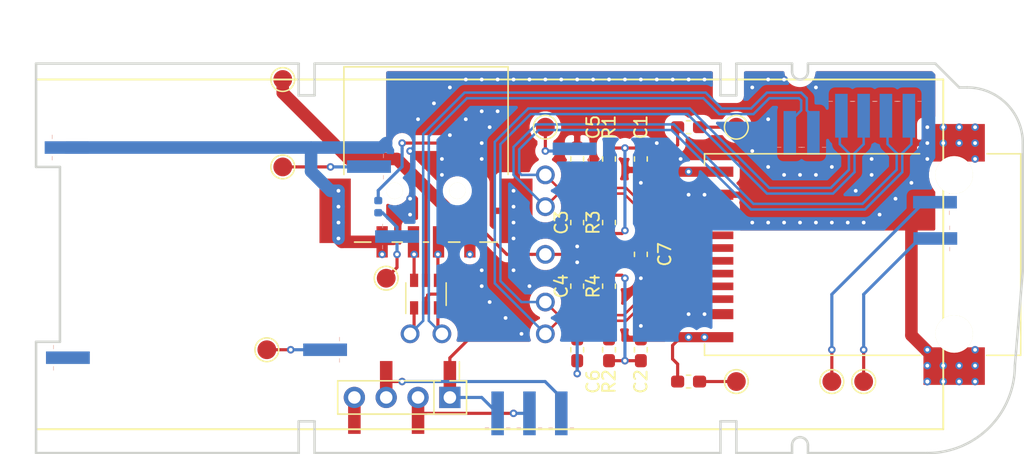
<source format=kicad_pcb>
(kicad_pcb (version 20171130) (host pcbnew 5.1.2+dfsg1-1)
  (layers (0 F.Cu signal) (31 B.Cu signal) (34 B.Paste user) (35 F.Paste user) (36 B.SilkS user) (37 F.SilkS user) (38 B.Mask user) (39 F.Mask user) (44 Edge.Cuts user))
  (net 0 "")
  (net 1 /D+)
  (net 2 /D-)
  (net 3 "Net-(C2-Pad1)")
  (net 4 "Net-(C1-Pad1)")
  (net 5 "Net-(RX1-Pad1)")
  (net 6 "Net-(ETH1-PadP12)")
  (net 7 "Net-(ETH1-PadP1)")
  (net 8 "Net-(ETH1-PadP9)")
  (net 9 Earth)
  (net 10 /TD+)
  (net 11 /TD-)
  (net 12 /RD+)
  (net 13 /RD-)
  (net 14 "Net-(LED_G1-Pad1)")
  (net 15 "Net-(LED_Y1-Pad1)")
  (net 16 /USB_D-)
  (net 17 /USB_D+)
  (net 18 /VBUS)
  (net 19 "Net-(TX1-Pad1)")
  (net 20 "Net-(2V1-Pad1)")
  (net 21 "Net-(UART1-Pad4)")
  (net 22 "Net-(TP7-Pad1)")
  (net 23 "Net-(TP3-Pad1)")
  (net 24 "Net-(TP11-Pad1)")
  (net 25 "Net-(TP10-Pad1)")
  (net 26 "Net-(TP5-Pad1)")
  (net 27 "Net-(C7-Pad1)")
  (module airdisk:TE_3-2199250-5 (layer B.Cu) (at 114.3 73.025 180)
    (fp_text reference REF** hide)
    (fp_text value TE_3-2199250-5)
    (pad 1 smd rect (at 0 0 180) (size 3.5 1) (layers B.Cu B.Mask))
  )
  (module airdisk:HR961160C (layer F.Cu) (at 165.1 58.166 270)
    (fp_text reference ETH1 hide)
    (fp_text value HR961160C)
    (pad "" np_thru_hole circle (at 0.26 -19.92 270) (size 3 3) (drill 3) (layers *.Cu *.Mask F.SilkS))
    (pad "" np_thru_hole circle (at 12.96 -19.92 270) (size 3 3) (drill 3) (layers *.Cu *.Mask F.SilkS))
    (pad CSH2 smd rect (at 15.53 -19.92 270) (size 3 4.9) (layers F.Cu F.Paste F.Mask) (net 9 Earth))
    (pad CSH1 smd rect (at -2.31 -19.92 270) (size 3 4.9) (layers F.Cu F.Paste F.Mask) (net 9 Earth))
    (pad P10 smd rect (at 10.18 0 270) (size 0.61 4.6) (layers F.Cu F.Paste F.Mask) (net 9 Earth))
    (pad P9 smd rect (at 9.16 0 270) (size 0.61 4.6) (layers F.Cu F.Paste F.Mask) (net 8 "Net-(ETH1-PadP9)"))
    (pad P8 smd rect (at 8.14 0 270) (size 0.61 4.6) (layers F.Cu F.Paste F.Mask) (net 13 /RD-))
    (pad P7 smd rect (at 7.12 0 270) (size 0.61 4.6) (layers F.Cu F.Paste F.Mask) (net 12 /RD+))
    (pad P6 smd rect (at 6.1 0 270) (size 0.61 4.6) (layers F.Cu F.Paste F.Mask) (net 27 "Net-(C7-Pad1)"))
    (pad P5 smd rect (at 5.08 0 270) (size 0.61 4.6) (layers F.Cu F.Paste F.Mask) (net 27 "Net-(C7-Pad1)"))
    (pad P4 smd rect (at 4.06 0 270) (size 0.61 4.6) (layers F.Cu F.Paste F.Mask) (net 11 /TD-))
    (pad P3 smd rect (at 3.04 -0.01 270) (size 0.61 4.6) (layers F.Cu F.Paste F.Mask) (net 10 /TD+))
    (pad P12 smd rect (at 13.22 0 270) (size 0.81 4.6) (layers F.Cu F.Paste F.Mask) (net 6 "Net-(ETH1-PadP12)"))
    (pad P11 smd rect (at 11.38 0 270) (size 0.81 4.6) (layers F.Cu F.Paste F.Mask) (net 9 Earth))
    (pad P2 smd rect (at 1.84 0 270) (size 0.81 4.6) (layers F.Cu F.Paste F.Mask) (net 9 Earth))
    (pad P1 smd rect (at 0 0 270) (size 0.81 4.6) (layers F.Cu F.Paste F.Mask) (net 7 "Net-(ETH1-PadP1)"))
  )
  (module TestPoint:TestPoint_Pad_D1.5mm (layer F.Cu) (at 139.7 66.675)
    (fp_text reference TP1 hide)
    (fp_text value TestPoint)
    (pad 1 smd circle (at 0 0) (size 1.5 1.5) (layers F.Cu F.Mask) (net 20 "Net-(2V1-Pad1)"))
  )
  (module Resistor_SMD:R_0402_1005Metric (layer B.Cu) (at 139.065 60.96 90)
    (fp_text reference R5 hide)
    (fp_text value 0R)
    (pad 2 smd roundrect (at 0.485 0 90) (size 0.59 0.64) (layers B.Cu B.Paste B.Mask) (net 27 "Net-(C7-Pad1)"))
    (pad 1 smd roundrect (at -0.485 0 90) (size 0.59 0.64) (layers B.Cu B.Paste B.Mask) (net 20 "Net-(2V1-Pad1)"))
  )
  (module airdisk:TE_3-2199250-5 (layer B.Cu) (at 134.8232 72.39)
    (fp_text reference TP5 hide)
    (fp_text value TestPoint)
    (pad 1 smd rect (at 0 0) (size 3.5 1) (layers B.Cu B.Mask) (net 26 "Net-(TP5-Pad1)"))
  )
  (module airdisk:TE_3-2199250-5 (layer B.Cu) (at 183.4896 60.6044)
    (fp_text reference TP9 hide)
    (fp_text value TestPoint)
    (pad 1 smd rect (at 0 0) (size 3.5 1) (layers B.Cu B.Mask) (net 25 "Net-(TP10-Pad1)"))
  )
  (module airdisk:TE_3-2199250-5 (layer B.Cu) (at 154.7368 56.3372)
    (fp_text reference TP11 hide)
    (fp_text value TestPoint)
    (pad 1 smd rect (at 0 0) (size 3.5 1) (layers B.Cu B.Mask) (net 24 "Net-(TP11-Pad1)"))
  )
  (module airdisk:TE_3-2199250-5 (layer B.Cu) (at 183.515 63.5)
    (fp_text reference TP3 hide)
    (fp_text value TestPoint)
    (pad 1 smd rect (at 0 0) (size 3.5 1) (layers B.Cu B.Mask) (net 23 "Net-(TP3-Pad1)"))
  )
  (module airdisk:TE_3-2199250-5 (layer B.Cu) (at 138.3284 57.7596)
    (fp_text reference TP7 hide)
    (fp_text value TestPoint)
    (pad 1 smd rect (at 0 0) (size 3.5 1) (layers B.Cu B.Mask) (net 22 "Net-(TP7-Pad1)"))
  )
  (module airdisk:TE_3-2199250-5 (layer B.Cu) (at 151.13 77.47 270)
    (fp_text reference TX1 hide)
    (fp_text value TestPoint hide)
    (pad 1 smd rect (at 0 0 270) (size 3.5 1) (layers B.Cu B.Mask) (net 19 "Net-(TX1-Pad1)"))
  )
  (module airdisk:TE_3-2199250-5 (layer B.Cu) (at 153.67 77.47 270)
    (fp_text reference RX1 hide)
    (fp_text value TestPoint hide)
    (pad 1 smd rect (at 0 0 270) (size 3.5 1) (layers B.Cu B.Mask) (net 5 "Net-(RX1-Pad1)"))
  )
  (module airdisk:TE_3-2199250-5 (layer B.Cu) (at 140.5636 63.3476 180)
    (fp_text reference 2V1 hide)
    (fp_text value TestPoint)
    (pad 1 smd rect (at 0 0 180) (size 3.5 1) (layers B.Cu B.Mask) (net 20 "Net-(2V1-Pad1)"))
  )
  (module airdisk:TE_3-2199250-5 (layer B.Cu) (at 148.59 77.47 270)
    (fp_text reference TGND1 hide)
    (fp_text value TestPoint hide)
    (pad 1 smd rect (at 0 0 270) (size 3.5 1) (layers B.Cu B.Mask) (net 9 Earth))
  )
  (module airdisk:TE_3-2199250-5 (layer B.Cu) (at 171.9072 55.0672 270)
    (fp_text reference TU1 hide)
    (fp_text value TestPoint)
    (pad 1 smd rect (at 0 0 270) (size 3.5 1) (layers B.Cu B.Mask) (net 16 /USB_D-))
  )
  (module airdisk:TE_3-2199250-5 (layer B.Cu) (at 173.7868 55.0672 270)
    (fp_text reference TU2 hide)
    (fp_text value TestPoint)
    (pad 1 smd rect (at 0 0 270) (size 3.5 1) (layers B.Cu B.Mask) (net 17 /USB_D+))
  )
  (module airdisk:TE_3-2199250-5 (layer B.Cu) (at 114.1984 56.2356 180)
    (fp_text reference GND1 hide)
    (fp_text value TestPoint)
    (pad 1 smd rect (at 0 0 180) (size 3.5 1) (layers B.Cu B.Mask) (net 9 Earth))
  )
  (module airdisk:TE_3-2199250-5 (layer B.Cu) (at 176.022 53.6956 90)
    (fp_text reference TE1 hide)
    (fp_text value TestPoint)
    (pad 1 smd rect (at 0 0 90) (size 3.5 1) (layers B.Cu B.Mask) (net 13 /RD-))
  )
  (module airdisk:TE_3-2199250-5 (layer B.Cu) (at 181.4068 53.6956 90)
    (fp_text reference TE4 hide)
    (fp_text value TestPoint)
    (pad 1 smd rect (at 0 0 90) (size 3.5 1) (layers B.Cu B.Mask) (net 10 /TD+))
  )
  (module airdisk:TE_3-2199250-5 (layer B.Cu) (at 179.578 53.6956 90)
    (fp_text reference TE3 hide)
    (fp_text value TestPoint)
    (pad 1 smd rect (at 0 0 90) (size 3.5 1) (layers B.Cu B.Mask) (net 11 /TD-))
  )
  (module airdisk:TE_3-2199250-5 (layer B.Cu) (at 177.8 53.6956 90)
    (fp_text reference TE2 hide)
    (fp_text value TestPoint)
    (pad 1 smd rect (at 0 0 90) (size 3.5 1) (layers B.Cu B.Mask) (net 12 /RD+))
  )
  (module Package_TO_SOT_SMD:SOT-23-6 (layer F.Cu) (at 142.875 67.945 90)
    (fp_text reference U1 hide)
    (fp_text value USBLC6-2SC6)
    (pad 5 smd rect (at 1.1 0 90) (size 1.06 0.65) (layers F.Cu F.Paste F.Mask) (net 18 /VBUS))
    (pad 6 smd rect (at 1.1 -0.95 90) (size 1.06 0.65) (layers F.Cu F.Paste F.Mask) (net 1 /D+))
    (pad 4 smd rect (at 1.1 0.95 90) (size 1.06 0.65) (layers F.Cu F.Paste F.Mask) (net 2 /D-))
    (pad 3 smd rect (at -1.1 0.95 90) (size 1.06 0.65) (layers F.Cu F.Paste F.Mask) (net 16 /USB_D-))
    (pad 2 smd rect (at -1.1 0 90) (size 1.06 0.65) (layers F.Cu F.Paste F.Mask) (net 9 Earth))
    (pad 1 smd rect (at -1.1 -0.95 90) (size 1.06 0.65) (layers F.Cu F.Paste F.Mask) (net 17 /USB_D+))
  )
  (module airdisk:CUI_UJ2-AH-1-SMT (layer F.Cu) (at 142.875 59.69 180)
    (fp_text reference USB1)
    (fp_text value CUI_UJ2-AH-1-SMT)
    (pad 1 smd rect (at -3.5 -4.08 180) (size 0.9 2.5) (layers F.Cu F.Paste F.Mask) (net 18 /VBUS))
    (pad 2 smd rect (at -1 -4.08 180) (size 0.9 2.5) (layers F.Cu F.Paste F.Mask) (net 2 /D-))
    (pad 3 smd rect (at 1 -4.08 180) (size 0.9 2.5) (layers F.Cu F.Paste F.Mask) (net 1 /D+))
    (pad 4 smd rect (at 3.5 -4.08 180) (size 0.9 2.5) (layers F.Cu F.Paste F.Mask) (net 9 Earth))
    (pad 5 smd rect (at -7.25 -1.6 180) (size 2.5 5.15) (layers F.Cu F.Paste F.Mask) (net 9 Earth))
    (pad 5 smd rect (at 7.25 -1.6 180) (size 2.5 5.15) (layers F.Cu F.Paste F.Mask) (net 9 Earth))
    (pad Hole np_thru_hole circle (at -2.5 0 180) (size 1.3 1.3) (drill 1.3) (layers *.Cu *.Mask F.SilkS))
    (pad Hole np_thru_hole circle (at 2.5 0 180) (size 1.3 1.3) (drill 1.3) (layers *.Cu *.Mask F.SilkS))
  )
  (module airdisk:SolderWirePad_1x01_Drill1mm (layer F.Cu) (at 141.605 71.12)
    (fp_text reference TE10 hide)
    (fp_text value TestPoint)
    (pad 1 thru_hole circle (at 0 0) (size 1.5 1.5) (drill 1) (layers *.Cu *.Mask) (net 17 /USB_D+))
  )
  (module airdisk:SolderWirePad_1x01_Drill1mm (layer F.Cu) (at 144.145 71.12)
    (fp_text reference TE9 hide)
    (fp_text value TestPoint)
    (pad 1 thru_hole circle (at 0 0) (size 1.5 1.5) (drill 1) (layers *.Cu *.Mask) (net 16 /USB_D-))
  )
  (module airdisk:SolderWirePad_1x01_Drill1mm (layer F.Cu) (at 152.4 60.96)
    (fp_text reference TE6 hide)
    (fp_text value TestPoint)
    (pad 1 thru_hole circle (at 0 0) (size 1.5 1.5) (drill 1) (layers *.Cu *.Mask) (net 11 /TD-))
  )
  (module airdisk:SolderWirePad_1x01_Drill1mm (layer F.Cu) (at 152.4 71.12)
    (fp_text reference TE8 hide)
    (fp_text value TestPoint)
    (pad 1 thru_hole circle (at 0 0) (size 1.5 1.5) (drill 1) (layers *.Cu *.Mask) (net 13 /RD-))
  )
  (module airdisk:SolderWirePad_1x01_Drill1mm (layer F.Cu) (at 152.4 64.77)
    (fp_text reference TE11 hide)
    (fp_text value TestPoint)
    (pad 1 thru_hole circle (at 0 0) (size 1.5 1.5) (drill 1) (layers *.Cu *.Mask) (net 27 "Net-(C7-Pad1)"))
  )
  (module airdisk:SolderWirePad_1x01_Drill1mm (layer F.Cu) (at 152.4 68.58)
    (fp_text reference TE7 hide)
    (fp_text value TestPoint)
    (pad 1 thru_hole circle (at 0 0) (size 1.5 1.5) (drill 1) (layers *.Cu *.Mask) (net 12 /RD+))
  )
  (module airdisk:SolderWirePad_1x01_Drill1mm (layer F.Cu) (at 152.4 58.42)
    (fp_text reference TE5 hide)
    (fp_text value TestPoint)
    (pad 1 thru_hole circle (at 0 0) (size 1.5 1.5) (drill 1) (layers *.Cu *.Mask) (net 10 /TD+))
  )
  (module TestPoint:TestPoint_Pad_D1.5mm (layer F.Cu) (at 131.445 50.8)
    (fp_text reference VBUS1 hide)
    (fp_text value TestPoint)
    (pad 1 smd circle (at 0 0) (size 1.5 1.5) (layers F.Cu F.Mask) (net 18 /VBUS))
  )
  (module TestPoint:TestPoint_Pad_D1.5mm (layer F.Cu) (at 167.64 74.93)
    (fp_text reference LED_G1 hide)
    (fp_text value TestPoint)
    (pad 1 smd circle (at 0 0) (size 1.5 1.5) (layers F.Cu F.Mask) (net 14 "Net-(LED_G1-Pad1)"))
  )
  (module TestPoint:TestPoint_Pad_D1.5mm (layer F.Cu) (at 167.64 54.61)
    (fp_text reference LED_Y1 hide)
    (fp_text value TestPoint)
    (pad 1 smd circle (at 0 0) (size 1.5 1.5) (layers F.Cu F.Mask) (net 15 "Net-(LED_Y1-Pad1)"))
  )
  (module TestPoint:TestPoint_Pad_D1.5mm (layer F.Cu) (at 152.4 54.61)
    (fp_text reference TP12 hide)
    (fp_text value TestPoint)
    (pad 1 smd circle (at 0 0) (size 1.5 1.5) (layers F.Cu F.Mask) (net 24 "Net-(TP11-Pad1)"))
  )
  (module TestPoint:TestPoint_Pad_D1.5mm (layer F.Cu) (at 130.175 72.39)
    (fp_text reference TP6 hide)
    (fp_text value TestPoint)
    (pad 1 smd circle (at 0 0) (size 1.5 1.5) (layers F.Cu F.Mask) (net 26 "Net-(TP5-Pad1)"))
  )
  (module TestPoint:TestPoint_Pad_D1.5mm (layer F.Cu) (at 177.8 74.93)
    (fp_text reference TP4 hide)
    (fp_text value TestPoint)
    (pad 1 smd circle (at 0 0) (size 1.5 1.5) (layers F.Cu F.Mask) (net 23 "Net-(TP3-Pad1)"))
  )
  (module TestPoint:TestPoint_Pad_D1.5mm (layer F.Cu) (at 131.445 57.785)
    (fp_text reference TP8 hide)
    (fp_text value TestPoint)
    (pad 1 smd circle (at 0 0) (size 1.5 1.5) (layers F.Cu F.Mask) (net 22 "Net-(TP7-Pad1)"))
  )
  (module TestPoint:TestPoint_Pad_D1.5mm (layer F.Cu) (at 175.26 74.93)
    (fp_text reference TP10 hide)
    (fp_text value TestPoint)
    (pad 1 smd circle (at 0 0) (size 1.5 1.5) (layers F.Cu F.Mask) (net 25 "Net-(TP10-Pad1)"))
  )
  (module Connector_PinHeader_2.54mm:PinHeader_1x04_P2.54mm_Vertical (layer F.Cu) (at 144.78 76.2 270)
    (fp_text reference UART1 hide)
    (fp_text value Conn_01x04_Male)
    (pad 4 thru_hole oval (at 0 7.62 270) (size 1.7 1.7) (drill 1) (layers *.Cu *.Mask) (net 21 "Net-(UART1-Pad4)"))
    (pad 3 thru_hole oval (at 0 5.08 270) (size 1.7 1.7) (drill 1) (layers *.Cu *.Mask) (net 5 "Net-(RX1-Pad1)"))
    (pad 2 thru_hole oval (at 0 2.54 270) (size 1.7 1.7) (drill 1) (layers *.Cu *.Mask) (net 19 "Net-(TX1-Pad1)"))
    (pad 1 thru_hole rect (at 0 0 270) (size 1.7 1.7) (drill 1) (layers *.Cu *.Mask) (net 9 Earth))
  )
  (module Connector_PinHeader_2.54mm:PinHeader_1x04_P2.54mm_Vertical_SMD_Pin1Left (layer F.Cu) (at 140.97 76.2 270)
    (fp_text reference UART2 hide)
    (fp_text value Conn_01x04_Male)
    (pad 4 smd rect (at 1.655 3.81 270) (size 2.51 1) (layers F.Cu F.Paste F.Mask) (net 21 "Net-(UART1-Pad4)"))
    (pad 2 smd rect (at 1.655 -1.27 270) (size 2.51 1) (layers F.Cu F.Paste F.Mask) (net 19 "Net-(TX1-Pad1)"))
    (pad 3 smd rect (at -1.655 1.27 270) (size 2.51 1) (layers F.Cu F.Paste F.Mask) (net 5 "Net-(RX1-Pad1)"))
    (pad 1 smd rect (at -1.655 -3.81 270) (size 2.51 1) (layers F.Cu F.Paste F.Mask) (net 9 Earth))
  )
  (module Capacitor_SMD:C_0603_1608Metric_Pad1.05x0.95mm_HandSolder (layer F.Cu) (at 160.02 64.77 270)
    (fp_text reference C7 (at 0 -1.905 270) (layer F.SilkS))
    (fp_text value 200nF)
    (pad 2 smd roundrect (at 0.875 0 270) (size 1.05 0.95) (layers F.Cu F.Paste F.Mask) (net 9 Earth))
    (pad 1 smd roundrect (at -0.875 0 270) (size 1.05 0.95) (layers F.Cu F.Paste F.Mask) (net 27 "Net-(C7-Pad1)"))
  )
  (module Resistor_SMD:R_0603_1608Metric_Pad1.05x0.95mm_HandSolder (layer F.Cu) (at 163.83 54.61 180)
    (fp_text reference RY1 hide)
    (fp_text value 100R)
    (pad 2 smd roundrect (at 0.875 0 180) (size 1.05 0.95) (layers F.Cu F.Paste F.Mask) (net 7 "Net-(ETH1-PadP1)"))
    (pad 1 smd roundrect (at -0.875 0 180) (size 1.05 0.95) (layers F.Cu F.Paste F.Mask) (net 15 "Net-(LED_Y1-Pad1)"))
  )
  (module Resistor_SMD:R_0603_1608Metric_Pad1.05x0.95mm_HandSolder (layer F.Cu) (at 163.83 74.93 180)
    (fp_text reference RG1 hide)
    (fp_text value 100R)
    (pad 2 smd roundrect (at 0.875 0 180) (size 1.05 0.95) (layers F.Cu F.Paste F.Mask) (net 6 "Net-(ETH1-PadP12)"))
    (pad 1 smd roundrect (at -0.875 0 180) (size 1.05 0.95) (layers F.Cu F.Paste F.Mask) (net 14 "Net-(LED_G1-Pad1)"))
  )
  (module Capacitor_SMD:C_0603_1608Metric_Pad1.05x0.95mm_HandSolder (layer F.Cu) (at 160.02 57.15 270)
    (fp_text reference C1 (at -2.54 0 270) (layer F.SilkS))
    (fp_text value 100nF)
    (pad 2 smd roundrect (at 0.875 0 270) (size 1.05 0.95) (layers F.Cu F.Paste F.Mask) (net 9 Earth))
    (pad 1 smd roundrect (at -0.875 0 270) (size 1.05 0.95) (layers F.Cu F.Paste F.Mask) (net 4 "Net-(C1-Pad1)"))
  )
  (module Capacitor_SMD:C_0603_1608Metric_Pad1.05x0.95mm_HandSolder (layer F.Cu) (at 154.94 72.39 270)
    (fp_text reference C6 (at 2.54 -1.27 270) (layer F.SilkS))
    (fp_text value 12pF)
    (pad 2 smd roundrect (at 0.875 0 270) (size 1.05 0.95) (layers F.Cu F.Paste F.Mask) (net 9 Earth))
    (pad 1 smd roundrect (at -0.875 0 270) (size 1.05 0.95) (layers F.Cu F.Paste F.Mask) (net 13 /RD-))
  )
  (module Capacitor_SMD:C_0603_1608Metric_Pad1.05x0.95mm_HandSolder (layer F.Cu) (at 154.94 57.15 90)
    (fp_text reference C5 (at 2.54 1.27 90) (layer F.SilkS))
    (fp_text value 12pF)
    (pad 2 smd roundrect (at 0.875 0 90) (size 1.05 0.95) (layers F.Cu F.Paste F.Mask) (net 9 Earth))
    (pad 1 smd roundrect (at -0.875 0 90) (size 1.05 0.95) (layers F.Cu F.Paste F.Mask) (net 10 /TD+))
  )
  (module Capacitor_SMD:C_0603_1608Metric_Pad1.05x0.95mm_HandSolder (layer F.Cu) (at 154.94 67.31 90)
    (fp_text reference C4 (at 0 -1.27 90) (layer F.SilkS))
    (fp_text value 12pF)
    (pad 1 smd roundrect (at -0.875 0 90) (size 1.05 0.95) (layers F.Cu F.Paste F.Mask) (net 12 /RD+))
    (pad 2 smd roundrect (at 0.875 0 90) (size 1.05 0.95) (layers F.Cu F.Paste F.Mask) (net 9 Earth))
  )
  (module Capacitor_SMD:C_0603_1608Metric_Pad1.05x0.95mm_HandSolder (layer F.Cu) (at 154.94 62.23 270)
    (fp_text reference C3 (at 0 1.27 270) (layer F.SilkS))
    (fp_text value 12pF)
    (pad 1 smd roundrect (at -0.875 0 270) (size 1.05 0.95) (layers F.Cu F.Paste F.Mask) (net 11 /TD-))
    (pad 2 smd roundrect (at 0.875 0 270) (size 1.05 0.95) (layers F.Cu F.Paste F.Mask) (net 9 Earth))
  )
  (module Capacitor_SMD:C_0603_1608Metric_Pad1.05x0.95mm_HandSolder (layer F.Cu) (at 160.02 72.39 90)
    (fp_text reference C2 (at -2.54 0 90) (layer F.SilkS))
    (fp_text value 100nF)
    (pad 2 smd roundrect (at 0.875 0 90) (size 1.05 0.95) (layers F.Cu F.Paste F.Mask) (net 9 Earth))
    (pad 1 smd roundrect (at -0.875 0 90) (size 1.05 0.95) (layers F.Cu F.Paste F.Mask) (net 3 "Net-(C2-Pad1)"))
  )
  (module Resistor_SMD:R_0603_1608Metric_Pad1.05x0.95mm_HandSolder (layer F.Cu) (at 157.48 57.15 90)
    (fp_text reference R1 (at 2.54 0 90) (layer F.SilkS))
    (fp_text value 50R)
    (pad 2 smd roundrect (at 0.875 0 90) (size 1.05 0.95) (layers F.Cu F.Paste F.Mask) (net 4 "Net-(C1-Pad1)"))
    (pad 1 smd roundrect (at -0.875 0 90) (size 1.05 0.95) (layers F.Cu F.Paste F.Mask) (net 10 /TD+))
  )
  (module Resistor_SMD:R_0603_1608Metric_Pad1.05x0.95mm_HandSolder (layer F.Cu) (at 157.48 72.39 270)
    (fp_text reference R2 (at 2.54 0 270) (layer F.SilkS))
    (fp_text value 50R)
    (pad 2 smd roundrect (at 0.875 0 270) (size 1.05 0.95) (layers F.Cu F.Paste F.Mask) (net 3 "Net-(C2-Pad1)"))
    (pad 1 smd roundrect (at -0.875 0 270) (size 1.05 0.95) (layers F.Cu F.Paste F.Mask) (net 13 /RD-))
  )
  (module Resistor_SMD:R_0603_1608Metric_Pad1.05x0.95mm_HandSolder (layer F.Cu) (at 157.48 62.23 270)
    (fp_text reference R3 (at 0 1.27 270) (layer F.SilkS))
    (fp_text value 50R)
    (pad 2 smd roundrect (at 0.875 0 270) (size 1.05 0.95) (layers F.Cu F.Paste F.Mask) (net 4 "Net-(C1-Pad1)"))
    (pad 1 smd roundrect (at -0.875 0 270) (size 1.05 0.95) (layers F.Cu F.Paste F.Mask) (net 11 /TD-))
  )
  (module Resistor_SMD:R_0603_1608Metric_Pad1.05x0.95mm_HandSolder (layer F.Cu) (at 157.48 67.31 90)
    (fp_text reference R4 (at 0 -1.27 90) (layer F.SilkS))
    (fp_text value 50R)
    (pad 2 smd roundrect (at 0.875 0 90) (size 1.05 0.95) (layers F.Cu F.Paste F.Mask) (net 3 "Net-(C2-Pad1)"))
    (pad 1 smd roundrect (at -0.875 0 90) (size 1.05 0.95) (layers F.Cu F.Paste F.Mask) (net 12 /RD+))
  )
  (gr_line (start 185.42 51.435) (end 183.515 49.53) (layer Edge.Cuts) (width 0.2))
  (gr_line (start 186.055 51.435) (end 185.42 51.435) (layer Edge.Cuts) (width 0.2))
  (gr_line (start 113.665 71.755) (end 113.665 57.785) (layer Edge.Cuts) (width 0.2))
  (gr_line (start 111.76 71.755) (end 113.665 71.755) (layer Edge.Cuts) (width 0.2))
  (gr_line (start 111.76 80.645) (end 111.76 71.755) (layer Edge.Cuts) (width 0.2))
  (gr_arc (start 186.055 55.88) (end 190.5 55.88) (angle -90) (layer Edge.Cuts) (width 0.2))
  (gr_line (start 189.865 73.66) (end 190.5 66.04) (layer Edge.Cuts) (width 0.2))
  (gr_line (start 190.5 66.04) (end 190.5 55.88) (layer Edge.Cuts) (width 0.2))
  (gr_arc (start 182.88 73.66) (end 182.88 80.645) (angle -90) (layer Edge.Cuts) (width 0.2))
  (gr_line (start 111.76 49.53) (end 111.76 57.785) (layer Edge.Cuts) (width 0.2))
  (gr_line (start 111.76 57.785) (end 113.665 57.785) (layer Edge.Cuts) (width 0.2))
  (gr_arc (start 172.72 50.165) (end 172.085 50.165) (angle -180) (layer Edge.Cuts) (width 0.2))
  (gr_line (start 173.355 49.53) (end 183.515 49.53) (layer Edge.Cuts) (width 0.2))
  (gr_line (start 173.355 50.165) (end 173.355 49.53) (layer Edge.Cuts) (width 0.2))
  (gr_line (start 172.085 49.53) (end 172.085 50.165) (layer Edge.Cuts) (width 0.2))
  (gr_line (start 167.64 49.53) (end 172.085 49.53) (layer Edge.Cuts) (width 0.2))
  (gr_line (start 167.64 52.07) (end 167.64 49.53) (layer Edge.Cuts) (width 0.2))
  (gr_line (start 166.37 52.07) (end 167.64 52.07) (layer Edge.Cuts) (width 0.2))
  (gr_line (start 166.37 49.53) (end 166.37 52.07) (layer Edge.Cuts) (width 0.2))
  (gr_line (start 133.985 49.53) (end 166.37 49.53) (layer Edge.Cuts) (width 0.2))
  (gr_line (start 133.985 52.07) (end 133.985 49.53) (layer Edge.Cuts) (width 0.2))
  (gr_line (start 132.715 52.07) (end 133.985 52.07) (layer Edge.Cuts) (width 0.2))
  (gr_line (start 132.715 49.53) (end 132.715 52.07) (layer Edge.Cuts) (width 0.2))
  (gr_line (start 111.76 49.53) (end 132.715 49.53) (layer Edge.Cuts) (width 0.2))
  (gr_line (start 173.355 80.645) (end 182.88 80.645) (layer Edge.Cuts) (width 0.2))
  (gr_line (start 173.355 80.01) (end 173.355 80.645) (layer Edge.Cuts) (width 0.2))
  (gr_arc (start 172.72 80.01) (end 173.355 80.01) (angle -180) (layer Edge.Cuts) (width 0.2))
  (gr_line (start 172.085 80.645) (end 172.085 80.01) (layer Edge.Cuts) (width 0.2))
  (gr_line (start 167.64 80.645) (end 172.085 80.645) (layer Edge.Cuts) (width 0.2))
  (gr_line (start 111.76 80.645) (end 132.715 80.645) (layer Edge.Cuts) (width 0.2))
  (gr_line (start 167.64 78.105) (end 167.64 80.645) (layer Edge.Cuts) (width 0.2))
  (gr_line (start 166.37 78.105) (end 167.64 78.105) (layer Edge.Cuts) (width 0.2))
  (gr_line (start 166.37 80.645) (end 166.37 78.105) (layer Edge.Cuts) (width 0.2))
  (gr_line (start 133.985 80.645) (end 166.37 80.645) (layer Edge.Cuts) (width 0.2))
  (gr_line (start 133.985 78.105) (end 133.985 80.645) (layer Edge.Cuts) (width 0.2))
  (gr_line (start 132.715 78.105) (end 133.985 78.105) (layer Edge.Cuts) (width 0.2))
  (gr_line (start 132.715 80.645) (end 132.715 78.105) (layer Edge.Cuts) (width 0.2))
  (gr_line (start 184.15 50.8) (end 184.15 78.74) (layer F.SilkS) (width 0.15))
  (gr_line (start 184.15 78.74) (end 111.76 78.74) (layer F.SilkS) (width 0.15))
  (gr_line (start 111.76 50.8) (end 184.15 50.8) (layer F.SilkS) (width 0.15))
  (segment (start 141.925 63.82) (end 141.875 63.77) (width 0.25) (layer F.Cu) (net 1))
  (segment (start 141.925 66.845) (end 141.925 64.77) (width 0.25) (layer F.Cu) (net 1))
  (segment (start 141.925 64.77) (end 141.925 63.82) (width 0.25) (layer F.Cu) (net 1))
  (via (at 141.925 64.77) (size 0.6) (drill 0.3) (layers F.Cu B.Cu) (net 1))
  (segment (start 143.825 63.82) (end 143.875 63.77) (width 0.25) (layer F.Cu) (net 2))
  (segment (start 143.825 66.845) (end 143.825 64.77) (width 0.25) (layer F.Cu) (net 2))
  (segment (start 143.825 64.77) (end 143.825 63.82) (width 0.25) (layer F.Cu) (net 2))
  (via (at 143.825 64.77) (size 0.6) (drill 0.3) (layers F.Cu B.Cu) (net 2))
  (via (at 158.75 66.675) (size 0.6) (drill 0.3) (layers F.Cu B.Cu) (net 3))
  (segment (start 157.48 73.265) (end 158.75 73.265) (width 0.25) (layer F.Cu) (net 3))
  (segment (start 158.75 73.265) (end 160.02 73.265) (width 0.25) (layer F.Cu) (net 3))
  (via (at 158.75 73.265) (size 0.6) (drill 0.3) (layers F.Cu B.Cu) (net 3))
  (segment (start 158.51 66.435) (end 158.75 66.675) (width 0.25) (layer F.Cu) (net 3))
  (segment (start 157.48 66.435) (end 158.51 66.435) (width 0.25) (layer F.Cu) (net 3))
  (segment (start 158.75 66.675) (end 158.75 73.265) (width 0.25) (layer B.Cu) (net 3))
  (segment (start 157.48 56.275) (end 158.75 56.275) (width 0.25) (layer F.Cu) (net 4))
  (segment (start 158.75 56.275) (end 160.02 56.275) (width 0.25) (layer F.Cu) (net 4))
  (via (at 158.75 56.275) (size 0.6) (drill 0.3) (layers F.Cu B.Cu) (net 4))
  (via (at 158.75 62.865) (size 0.6) (drill 0.3) (layers F.Cu B.Cu) (net 4))
  (segment (start 158.51 63.105) (end 158.75 62.865) (width 0.25) (layer F.Cu) (net 4))
  (segment (start 157.48 63.105) (end 158.51 63.105) (width 0.25) (layer F.Cu) (net 4))
  (segment (start 158.75 62.865) (end 158.75 56.275) (width 0.25) (layer B.Cu) (net 4))
  (via (at 140.97 74.93) (size 0.6) (drill 0.3) (layers F.Cu B.Cu) (net 5))
  (segment (start 139.7 74.545) (end 139.7 76.2) (width 0.25) (layer F.Cu) (net 5))
  (segment (start 140.085 74.93) (end 139.7 74.545) (width 0.25) (layer F.Cu) (net 5))
  (segment (start 140.97 74.93) (end 140.085 74.93) (width 0.25) (layer F.Cu) (net 5))
  (segment (start 153.67 76.22) (end 153.67 77.47) (width 0.25) (layer B.Cu) (net 5))
  (segment (start 152.38 74.93) (end 153.67 76.22) (width 0.25) (layer B.Cu) (net 5))
  (segment (start 140.97 74.93) (end 152.38 74.93) (width 0.25) (layer B.Cu) (net 5))
  (segment (start 162.55 72.041) (end 163.205 71.386) (width 0.25) (layer F.Cu) (net 6))
  (segment (start 162.55 73.126) (end 162.55 72.041) (width 0.25) (layer F.Cu) (net 6))
  (segment (start 163.205 71.386) (end 163.83 71.386) (width 0.25) (layer F.Cu) (net 6))
  (segment (start 162.955 73.531) (end 162.55 73.126) (width 0.25) (layer F.Cu) (net 6))
  (segment (start 162.955 74.93) (end 162.955 73.531) (width 0.25) (layer F.Cu) (net 6))
  (segment (start 163.83 71.386) (end 165.1 71.386) (width 0.25) (layer F.Cu) (net 6))
  (via (at 163.83 71.386) (size 0.6) (drill 0.3) (layers F.Cu B.Cu) (net 6))
  (segment (start 165.1 71.386) (end 165.1 71.386) (width 0.25) (layer F.Cu) (net 6))
  (via (at 165.1 71.386) (size 0.6) (drill 0.3) (layers F.Cu B.Cu) (net 6))
  (segment (start 163.205 58.166) (end 163.83 58.166) (width 0.25) (layer F.Cu) (net 7))
  (segment (start 162.55 57.511) (end 163.205 58.166) (width 0.25) (layer F.Cu) (net 7))
  (segment (start 162.955 56.021) (end 162.55 56.426) (width 0.25) (layer F.Cu) (net 7))
  (segment (start 162.55 56.426) (end 162.55 57.511) (width 0.25) (layer F.Cu) (net 7))
  (segment (start 162.955 54.61) (end 162.955 56.021) (width 0.25) (layer F.Cu) (net 7))
  (segment (start 163.83 58.166) (end 165.1 58.166) (width 0.25) (layer F.Cu) (net 7))
  (via (at 163.83 58.166) (size 0.6) (drill 0.3) (layers F.Cu B.Cu) (net 7))
  (segment (start 165.1 58.166) (end 165.1 58.166) (width 0.25) (layer F.Cu) (net 7))
  (via (at 141.605 56.515) (size 0.6) (drill 0.3) (layers F.Cu B.Cu) (net 9))
  (via (at 149.86 59.69) (size 0.6) (drill 0.3) (layers F.Cu B.Cu) (net 9))
  (via (at 149.86 60.96) (size 0.6) (drill 0.3) (layers F.Cu B.Cu) (net 9))
  (via (at 149.86 62.23) (size 0.6) (drill 0.3) (layers F.Cu B.Cu) (net 9))
  (via (at 149.86 63.5) (size 0.6) (drill 0.3) (layers F.Cu B.Cu) (net 9))
  (via (at 160.02 70.485) (size 0.6) (drill 0.3) (layers F.Cu B.Cu) (net 9))
  (via (at 160.02 66.675) (size 0.6) (drill 0.3) (layers F.Cu B.Cu) (net 9))
  (via (at 160.02 59.055) (size 0.6) (drill 0.3) (layers F.Cu B.Cu) (net 9))
  (via (at 154.94 65.405) (size 0.6) (drill 0.3) (layers F.Cu B.Cu) (net 9))
  (via (at 154.94 64.135) (size 0.6) (drill 0.3) (layers F.Cu B.Cu) (net 9))
  (via (at 154.94 74.295) (size 0.6) (drill 0.3) (layers F.Cu B.Cu) (net 9))
  (via (at 184.15 74.93) (size 0.6) (drill 0.3) (layers F.Cu B.Cu) (net 9))
  (via (at 182.88 74.93) (size 0.6) (drill 0.3) (layers F.Cu B.Cu) (net 9))
  (via (at 185.42 74.93) (size 0.6) (drill 0.3) (layers F.Cu B.Cu) (net 9))
  (via (at 186.69 74.93) (size 0.6) (drill 0.3) (layers F.Cu B.Cu) (net 9))
  (via (at 186.69 72.39) (size 0.6) (drill 0.3) (layers F.Cu B.Cu) (net 9))
  (via (at 186.69 73.66) (size 0.6) (drill 0.3) (layers F.Cu B.Cu) (net 9))
  (via (at 185.42 73.66) (size 0.6) (drill 0.3) (layers F.Cu B.Cu) (net 9))
  (via (at 184.15 73.66) (size 0.6) (drill 0.3) (layers F.Cu B.Cu) (net 9))
  (via (at 182.88 73.66) (size 0.6) (drill 0.3) (layers F.Cu B.Cu) (net 9))
  (via (at 182.88 72.39) (size 0.6) (drill 0.3) (layers F.Cu B.Cu) (net 9))
  (via (at 186.69 57.15) (size 0.6) (drill 0.3) (layers F.Cu B.Cu) (net 9))
  (via (at 182.88 57.15) (size 0.6) (drill 0.3) (layers F.Cu B.Cu) (net 9))
  (via (at 182.88 55.88) (size 0.6) (drill 0.3) (layers F.Cu B.Cu) (net 9))
  (via (at 184.15 55.88) (size 0.6) (drill 0.3) (layers F.Cu B.Cu) (net 9))
  (via (at 185.42 55.88) (size 0.6) (drill 0.3) (layers F.Cu B.Cu) (net 9))
  (via (at 186.69 55.88) (size 0.6) (drill 0.3) (layers F.Cu B.Cu) (net 9))
  (via (at 186.69 54.61) (size 0.6) (drill 0.3) (layers F.Cu B.Cu) (net 9))
  (via (at 185.42 54.61) (size 0.6) (drill 0.3) (layers F.Cu B.Cu) (net 9))
  (via (at 184.15 54.61) (size 0.6) (drill 0.3) (layers F.Cu B.Cu) (net 9))
  (via (at 182.88 54.61) (size 0.6) (drill 0.3) (layers F.Cu B.Cu) (net 9))
  (segment (start 165.1 69.546) (end 165.1 69.546) (width 0.5) (layer F.Cu) (net 9))
  (segment (start 144.78 74.545) (end 144.78 76.2) (width 0.25) (layer F.Cu) (net 9))
  (via (at 182.88 74.93) (size 0.6) (drill 0.3) (layers F.Cu B.Cu) (net 9))
  (via (at 182.88 74.93) (size 0.6) (drill 0.3) (layers F.Cu B.Cu) (net 9))
  (segment (start 160.02 59.055) (end 160.02 58.025) (width 0.25) (layer F.Cu) (net 9))
  (segment (start 154.94 64.135) (end 154.94 63.105) (width 0.25) (layer F.Cu) (net 9))
  (segment (start 154.94 66.435) (end 154.94 65.405) (width 0.25) (layer F.Cu) (net 9))
  (segment (start 160.02 65.645) (end 160.02 66.675) (width 0.25) (layer F.Cu) (net 9))
  (segment (start 160.02 70.485) (end 160.02 71.515) (width 0.25) (layer F.Cu) (net 9))
  (segment (start 154.94 74.295) (end 154.94 73.265) (width 0.25) (layer F.Cu) (net 9))
  (segment (start 161.05 58.025) (end 161.29 57.785) (width 0.25) (layer F.Cu) (net 9))
  (segment (start 160.02 58.025) (end 161.05 58.025) (width 0.25) (layer F.Cu) (net 9))
  (segment (start 160.02 70.485) (end 160.02 69.85) (width 0.25) (layer F.Cu) (net 9))
  (segment (start 160.02 69.85) (end 160.324 69.546) (width 0.25) (layer F.Cu) (net 9))
  (via (at 144.78 51.435) (size 0.6) (drill 0.3) (layers F.Cu B.Cu) (net 9))
  (via (at 144.145 57.15) (size 0.6) (drill 0.3) (layers F.Cu B.Cu) (net 9))
  (segment (start 184.07 73.696) (end 181.61 71.236) (width 1) (layer F.Cu) (net 9))
  (segment (start 185.02 73.696) (end 184.07 73.696) (width 1) (layer F.Cu) (net 9))
  (segment (start 181.61 71.236) (end 181.61 62.23) (width 1) (layer F.Cu) (net 9))
  (segment (start 139.375 64.77) (end 139.375 63.77) (width 0.25) (layer F.Cu) (net 9))
  (via (at 139.375 64.77) (size 0.6) (drill 0.3) (layers F.Cu B.Cu) (net 9))
  (via (at 146.05 50.8) (size 0.6) (drill 0.3) (layers F.Cu B.Cu) (net 9))
  (via (at 147.32 50.8) (size 0.6) (drill 0.3) (layers F.Cu B.Cu) (net 9))
  (via (at 148.59 50.8) (size 0.6) (drill 0.3) (layers F.Cu B.Cu) (net 9))
  (via (at 151.13 50.8) (size 0.6) (drill 0.3) (layers F.Cu B.Cu) (net 9))
  (via (at 149.86 50.8) (size 0.6) (drill 0.3) (layers F.Cu B.Cu) (net 9))
  (via (at 153.67 50.8) (size 0.6) (drill 0.3) (layers F.Cu B.Cu) (net 9))
  (via (at 152.4 50.8) (size 0.6) (drill 0.3) (layers F.Cu B.Cu) (net 9))
  (via (at 154.94 50.8) (size 0.6) (drill 0.3) (layers F.Cu B.Cu) (net 9))
  (via (at 157.48 50.8) (size 0.6) (drill 0.3) (layers F.Cu B.Cu) (net 9))
  (via (at 160.02 50.8) (size 0.6) (drill 0.3) (layers F.Cu B.Cu) (net 9))
  (via (at 156.21 50.8) (size 0.6) (drill 0.3) (layers F.Cu B.Cu) (net 9))
  (via (at 158.75 50.8) (size 0.6) (drill 0.3) (layers F.Cu B.Cu) (net 9))
  (via (at 161.29 50.8) (size 0.6) (drill 0.3) (layers F.Cu B.Cu) (net 9))
  (via (at 162.56 50.8) (size 0.6) (drill 0.3) (layers F.Cu B.Cu) (net 9))
  (via (at 163.83 50.8) (size 0.6) (drill 0.3) (layers F.Cu B.Cu) (net 9))
  (via (at 165.1 50.8) (size 0.6) (drill 0.3) (layers F.Cu B.Cu) (net 9))
  (via (at 170.18 50.8) (size 0.6) (drill 0.3) (layers F.Cu B.Cu) (net 9))
  (via (at 171.45 50.8) (size 0.6) (drill 0.3) (layers F.Cu B.Cu) (net 9))
  (via (at 143.51 52.705) (size 0.6) (drill 0.3) (layers F.Cu B.Cu) (net 9))
  (via (at 142.24 53.975) (size 0.6) (drill 0.3) (layers F.Cu B.Cu) (net 9))
  (via (at 177.8 62.23) (size 0.6) (drill 0.3) (layers F.Cu B.Cu) (net 9))
  (via (at 176.53 62.23) (size 0.6) (drill 0.3) (layers F.Cu B.Cu) (net 9))
  (via (at 173.99 62.23) (size 0.6) (drill 0.3) (layers F.Cu B.Cu) (net 9))
  (via (at 171.45 62.23) (size 0.6) (drill 0.3) (layers F.Cu B.Cu) (net 9))
  (via (at 175.26 62.23) (size 0.6) (drill 0.3) (layers F.Cu B.Cu) (net 9))
  (via (at 172.72 62.23) (size 0.6) (drill 0.3) (layers F.Cu B.Cu) (net 9))
  (via (at 168.91 62.23) (size 0.6) (drill 0.3) (layers F.Cu B.Cu) (net 9))
  (via (at 170.18 62.23) (size 0.6) (drill 0.3) (layers F.Cu B.Cu) (net 9))
  (via (at 179.07 61.595) (size 0.6) (drill 0.3) (layers F.Cu B.Cu) (net 9))
  (via (at 180.34 60.325) (size 0.6) (drill 0.3) (layers F.Cu B.Cu) (net 9))
  (via (at 181.61 59.055) (size 0.6) (drill 0.3) (layers F.Cu B.Cu) (net 9))
  (via (at 173.99 58.42) (size 0.6) (drill 0.3) (layers F.Cu B.Cu) (net 9))
  (via (at 172.72 58.42) (size 0.6) (drill 0.3) (layers F.Cu B.Cu) (net 9))
  (via (at 171.45 58.42) (size 0.6) (drill 0.3) (layers F.Cu B.Cu) (net 9))
  (via (at 170.18 57.785) (size 0.6) (drill 0.3) (layers F.Cu B.Cu) (net 9))
  (via (at 168.91 56.515) (size 0.6) (drill 0.3) (layers F.Cu B.Cu) (net 9))
  (via (at 161.29 55.88) (size 0.6) (drill 0.3) (layers F.Cu B.Cu) (net 9))
  (via (at 147.32 53.34) (size 0.6) (drill 0.3) (layers F.Cu B.Cu) (net 9))
  (via (at 148.59 53.34) (size 0.6) (drill 0.3) (layers F.Cu B.Cu) (net 9))
  (via (at 146.05 53.975) (size 0.6) (drill 0.3) (layers F.Cu B.Cu) (net 9))
  (via (at 144.78 55.245) (size 0.6) (drill 0.3) (layers F.Cu B.Cu) (net 9))
  (via (at 147.955 54.61) (size 0.6) (drill 0.3) (layers F.Cu B.Cu) (net 9))
  (via (at 147.32 55.88) (size 0.6) (drill 0.3) (layers F.Cu B.Cu) (net 9))
  (via (at 147.32 57.15) (size 0.6) (drill 0.3) (layers F.Cu B.Cu) (net 9))
  (via (at 147.32 66.04) (size 0.6) (drill 0.3) (layers F.Cu B.Cu) (net 9))
  (via (at 147.32 67.31) (size 0.6) (drill 0.3) (layers F.Cu B.Cu) (net 9))
  (via (at 149.86 66.04) (size 0.6) (drill 0.3) (layers F.Cu B.Cu) (net 9))
  (via (at 147.955 68.58) (size 0.6) (drill 0.3) (layers F.Cu B.Cu) (net 9))
  (via (at 149.225 69.85) (size 0.6) (drill 0.3) (layers F.Cu B.Cu) (net 9))
  (via (at 150.495 71.12) (size 0.6) (drill 0.3) (layers F.Cu B.Cu) (net 9))
  (via (at 151.13 67.31) (size 0.6) (drill 0.3) (layers F.Cu B.Cu) (net 9))
  (via (at 163.83 69.546) (size 0.6) (drill 0.3) (layers F.Cu B.Cu) (net 9))
  (via (at 165.1 69.546) (size 0.6) (drill 0.3) (layers F.Cu B.Cu) (net 9))
  (segment (start 165.1 60.006) (end 165.1 60.006) (width 0.25) (layer F.Cu) (net 9))
  (via (at 165.1 60.006) (size 0.6) (drill 0.3) (layers F.Cu B.Cu) (net 9))
  (via (at 163.83 60.006) (size 0.6) (drill 0.3) (layers F.Cu B.Cu) (net 9))
  (via (at 144.145 58.42) (size 0.6) (drill 0.3) (layers F.Cu B.Cu) (net 9))
  (segment (start 142.875 68.265) (end 143.195 67.945) (width 0.25) (layer F.Cu) (net 9))
  (segment (start 142.875 69.045) (end 142.875 68.265) (width 0.25) (layer F.Cu) (net 9))
  (segment (start 143.195 67.945) (end 144.78 67.945) (width 0.25) (layer F.Cu) (net 9))
  (segment (start 147.32 76.2) (end 148.59 77.47) (width 0.25) (layer B.Cu) (net 9))
  (segment (start 144.78 76.2) (end 147.32 76.2) (width 0.25) (layer B.Cu) (net 9))
  (segment (start 144.78 73.04) (end 146.685 71.135) (width 0.25) (layer F.Cu) (net 9))
  (segment (start 144.78 74.545) (end 144.78 73.04) (width 0.25) (layer F.Cu) (net 9))
  (segment (start 154.94 74.295) (end 154.94 71.12) (width 0.25) (layer B.Cu) (net 9))
  (segment (start 139.3444 56.2356) (end 139.7 55.88) (width 1) (layer B.Cu) (net 9))
  (via (at 175.26 57.785) (size 0.6) (drill 0.3) (layers F.Cu B.Cu) (net 9))
  (via (at 177.165 59.69) (size 0.6) (drill 0.3) (layers F.Cu B.Cu) (net 9))
  (via (at 178.435 58.42) (size 0.6) (drill 0.3) (layers F.Cu B.Cu) (net 9))
  (via (at 178.435 57.15) (size 0.6) (drill 0.3) (layers F.Cu B.Cu) (net 9))
  (via (at 168.91 51.435) (size 0.6) (drill 0.3) (layers F.Cu B.Cu) (net 9))
  (via (at 141.605 60.325) (size 0.6) (drill 0.3) (layers F.Cu B.Cu) (net 9))
  (via (at 141.605 61.595) (size 0.6) (drill 0.3) (layers F.Cu B.Cu) (net 9))
  (segment (start 140.325 63.77) (end 140.335 63.76) (width 0.5) (layer F.Cu) (net 9))
  (segment (start 139.375 63.77) (end 140.325 63.77) (width 0.5) (layer F.Cu) (net 9))
  (segment (start 139.375 63.77) (end 136.16 63.77) (width 1) (layer F.Cu) (net 9))
  (via (at 163.195 57.15) (size 0.6) (drill 0.3) (layers F.Cu B.Cu) (net 9))
  (segment (start 135.89 60.96) (end 135.89 59.69) (width 1) (layer B.Cu) (net 9))
  (segment (start 136.16 63.77) (end 135.89 63.5) (width 1) (layer F.Cu) (net 9))
  (segment (start 135.89 63.5) (end 135.89 62.23) (width 1) (layer B.Cu) (net 9))
  (via (at 135.89 63.5) (size 0.6) (drill 0.3) (layers F.Cu B.Cu) (net 9))
  (via (at 135.89 62.23) (size 0.6) (drill 0.3) (layers F.Cu B.Cu) (net 9))
  (via (at 135.89 60.96) (size 0.6) (drill 0.3) (layers F.Cu B.Cu) (net 9))
  (via (at 135.89 59.69) (size 0.6) (drill 0.3) (layers F.Cu B.Cu) (net 9))
  (segment (start 135.89 62.23) (end 135.89 60.96) (width 1) (layer B.Cu) (net 9))
  (segment (start 133.7056 58.1406) (end 133.7056 56.2356) (width 1) (layer B.Cu) (net 9))
  (segment (start 135.255 59.69) (end 133.7056 58.1406) (width 1) (layer B.Cu) (net 9))
  (segment (start 135.89 59.69) (end 135.255 59.69) (width 1) (layer B.Cu) (net 9))
  (segment (start 133.7056 56.2356) (end 139.3444 56.2356) (width 1) (layer B.Cu) (net 9))
  (segment (start 133.7056 56.2356) (end 114.1984 56.2356) (width 1) (layer B.Cu) (net 9))
  (via (at 170.18 53.975) (size 0.6) (drill 0.3) (layers F.Cu B.Cu) (net 9))
  (via (at 173.99 51.435) (size 0.6) (drill 0.3) (layers F.Cu B.Cu) (net 9))
  (segment (start 152.4 58.42) (end 153.445 59.465) (width 0.2) (layer F.Cu) (net 10))
  (segment (start 160.8742 61.496) (end 164.82 61.496) (width 0.2) (layer F.Cu) (net 10))
  (segment (start 158.8432 59.465) (end 160.8742 61.496) (width 0.2) (layer F.Cu) (net 10))
  (segment (start 164.82 61.496) (end 165.11 61.206) (width 0.2) (layer F.Cu) (net 10))
  (segment (start 157.48 58.025) (end 157.48 59.465) (width 0.25) (layer F.Cu) (net 10))
  (segment (start 157.48 59.465) (end 158.8432 59.465) (width 0.2) (layer F.Cu) (net 10))
  (segment (start 168.8168 61.185) (end 177.8932 61.185) (width 0.2) (layer B.Cu) (net 10))
  (segment (start 150.31 56.3832) (end 151.8582 54.835) (width 0.2) (layer B.Cu) (net 10))
  (segment (start 177.8932 61.185) (end 180.8825 58.1957) (width 0.2) (layer B.Cu) (net 10))
  (segment (start 151.8582 54.835) (end 162.4668 54.835) (width 0.2) (layer B.Cu) (net 10))
  (segment (start 162.4668 54.835) (end 168.8168 61.185) (width 0.2) (layer B.Cu) (net 10))
  (segment (start 152.4 58.42) (end 150.496397 58.42) (width 0.2) (layer B.Cu) (net 10))
  (segment (start 150.496397 58.42) (end 150.31 58.233603) (width 0.2) (layer B.Cu) (net 10))
  (segment (start 150.31 58.233603) (end 150.31 56.3832) (width 0.2) (layer B.Cu) (net 10))
  (segment (start 180.8825 58.1957) (end 180.8825 56.692501) (width 0.2) (layer B.Cu) (net 10))
  (segment (start 180.8825 56.692501) (end 181.61 55.965001) (width 0.2) (layer B.Cu) (net 10))
  (segment (start 181.61 55.965001) (end 181.61 53.34) (width 0.2) (layer B.Cu) (net 10))
  (segment (start 154.94 58.025) (end 154.94 59.465) (width 0.25) (layer F.Cu) (net 10))
  (segment (start 153.445 59.465) (end 154.94 59.465) (width 0.2) (layer F.Cu) (net 10))
  (segment (start 154.94 59.465) (end 157.48 59.465) (width 0.2) (layer F.Cu) (net 10))
  (segment (start 152.4 60.96) (end 153.445 59.915) (width 0.2) (layer F.Cu) (net 11))
  (segment (start 164.82 61.946) (end 165.1 62.226) (width 0.2) (layer F.Cu) (net 11))
  (segment (start 158.6568 59.915) (end 160.6878 61.946) (width 0.2) (layer F.Cu) (net 11))
  (segment (start 160.6878 61.946) (end 164.82 61.946) (width 0.2) (layer F.Cu) (net 11))
  (segment (start 154.94 61.355) (end 154.94 59.915) (width 0.25) (layer F.Cu) (net 11))
  (segment (start 153.445 59.915) (end 154.94 59.915) (width 0.2) (layer F.Cu) (net 11))
  (segment (start 157.48 61.355) (end 157.48 59.915) (width 0.25) (layer F.Cu) (net 11))
  (segment (start 154.94 59.915) (end 157.48 59.915) (width 0.2) (layer F.Cu) (net 11))
  (segment (start 157.48 59.915) (end 158.6568 59.915) (width 0.2) (layer F.Cu) (net 11))
  (segment (start 177.7068 60.735) (end 180.4325 58.0093) (width 0.2) (layer B.Cu) (net 11))
  (segment (start 151.6718 54.385) (end 162.6532 54.385) (width 0.2) (layer B.Cu) (net 11))
  (segment (start 162.6532 54.385) (end 169.0032 60.735) (width 0.2) (layer B.Cu) (net 11))
  (segment (start 169.0032 60.735) (end 177.7068 60.735) (width 0.2) (layer B.Cu) (net 11))
  (segment (start 152.4 60.96) (end 149.86 58.42) (width 0.2) (layer B.Cu) (net 11))
  (segment (start 149.86 58.42) (end 149.86 56.1968) (width 0.2) (layer B.Cu) (net 11))
  (segment (start 149.86 56.1968) (end 151.6718 54.385) (width 0.2) (layer B.Cu) (net 11))
  (segment (start 180.4325 58.0093) (end 180.4325 56.692501) (width 0.2) (layer B.Cu) (net 11))
  (segment (start 179.705 55.965001) (end 179.705 53.34) (width 0.2) (layer B.Cu) (net 11))
  (segment (start 180.4325 56.692501) (end 179.705 55.965001) (width 0.2) (layer B.Cu) (net 11))
  (segment (start 152.4 68.58) (end 153.445 69.625) (width 0.2) (layer F.Cu) (net 12))
  (segment (start 164.815 65.571) (end 165.1 65.286) (width 0.2) (layer F.Cu) (net 12))
  (segment (start 158.6568 69.625) (end 162.7108 65.571) (width 0.2) (layer F.Cu) (net 12))
  (segment (start 162.7108 65.571) (end 164.815 65.571) (width 0.2) (layer F.Cu) (net 12))
  (segment (start 154.94 68.185) (end 154.94 69.625) (width 0.25) (layer F.Cu) (net 12))
  (segment (start 153.445 69.625) (end 154.94 69.625) (width 0.2) (layer F.Cu) (net 12))
  (segment (start 157.48 68.185) (end 157.48 69.625) (width 0.25) (layer F.Cu) (net 12))
  (segment (start 154.94 69.625) (end 157.48 69.625) (width 0.2) (layer F.Cu) (net 12))
  (segment (start 157.48 69.625) (end 158.6568 69.625) (width 0.2) (layer F.Cu) (net 12))
  (segment (start 177.0725 56.692501) (end 177.0725 58.1957) (width 0.2) (layer B.Cu) (net 12))
  (segment (start 177.8 53.34) (end 177.8 55.965001) (width 0.2) (layer B.Cu) (net 12))
  (segment (start 177.8 55.965001) (end 177.0725 56.692501) (width 0.2) (layer B.Cu) (net 12))
  (segment (start 177.0725 58.1957) (end 175.3532 59.915) (width 0.2) (layer B.Cu) (net 12))
  (segment (start 175.3532 59.915) (end 170.0868 59.915) (width 0.2) (layer B.Cu) (net 12))
  (segment (start 170.0868 59.915) (end 163.7368 53.565) (width 0.2) (layer B.Cu) (net 12))
  (segment (start 163.7368 53.565) (end 151.2232 53.565) (width 0.2) (layer B.Cu) (net 12))
  (segment (start 151.2232 53.565) (end 148.815 55.9732) (width 0.2) (layer B.Cu) (net 12))
  (segment (start 150.496397 68.58) (end 152.4 68.58) (width 0.2) (layer B.Cu) (net 12))
  (segment (start 148.815 66.898603) (end 150.496397 68.58) (width 0.2) (layer B.Cu) (net 12))
  (segment (start 148.815 55.9732) (end 148.815 66.898603) (width 0.2) (layer B.Cu) (net 12))
  (segment (start 152.4 71.12) (end 153.445 70.075) (width 0.2) (layer F.Cu) (net 13))
  (segment (start 157.48 71.515) (end 157.48 70.075) (width 0.25) (layer F.Cu) (net 13))
  (segment (start 157.48 70.075) (end 158.8432 70.075) (width 0.2) (layer F.Cu) (net 13))
  (segment (start 154.94 71.515) (end 154.94 70.075) (width 0.25) (layer F.Cu) (net 13))
  (segment (start 153.445 70.075) (end 154.94 70.075) (width 0.2) (layer F.Cu) (net 13))
  (segment (start 154.94 70.075) (end 157.48 70.075) (width 0.2) (layer F.Cu) (net 13))
  (segment (start 176.6225 56.692501) (end 176.6225 58.0093) (width 0.2) (layer B.Cu) (net 13))
  (segment (start 175.895 53.34) (end 175.895 55.965001) (width 0.2) (layer B.Cu) (net 13))
  (segment (start 175.895 55.965001) (end 176.6225 56.692501) (width 0.2) (layer B.Cu) (net 13))
  (segment (start 176.6225 58.0093) (end 175.1668 59.465) (width 0.2) (layer B.Cu) (net 13))
  (segment (start 175.1668 59.465) (end 170.2732 59.465) (width 0.2) (layer B.Cu) (net 13))
  (segment (start 170.2732 59.465) (end 163.9232 53.115) (width 0.2) (layer B.Cu) (net 13))
  (segment (start 163.9232 53.115) (end 151.0368 53.115) (width 0.2) (layer B.Cu) (net 13))
  (segment (start 151.0368 53.115) (end 148.365 55.7868) (width 0.2) (layer B.Cu) (net 13))
  (segment (start 150.178198 68.898198) (end 152.4 71.12) (width 0.2) (layer B.Cu) (net 13))
  (segment (start 148.365 55.7868) (end 148.365 67.085) (width 0.2) (layer B.Cu) (net 13))
  (segment (start 148.365 67.085) (end 150.178198 68.898198) (width 0.2) (layer B.Cu) (net 13))
  (segment (start 162.8972 66.021) (end 164.815 66.021) (width 0.2) (layer F.Cu) (net 13))
  (segment (start 164.815 66.021) (end 165.1 66.306) (width 0.2) (layer F.Cu) (net 13))
  (segment (start 158.8432 70.075) (end 162.8972 66.021) (width 0.2) (layer F.Cu) (net 13))
  (segment (start 164.705 74.93) (end 167.64 74.93) (width 0.25) (layer F.Cu) (net 14))
  (segment (start 164.705 54.61) (end 167.64 54.61) (width 0.25) (layer F.Cu) (net 15))
  (segment (start 172.8125 53.2675) (end 172.8125 52.4807) (width 0.2) (layer B.Cu) (net 16))
  (segment (start 172.085 55.245) (end 172.085 53.995) (width 0.2) (layer B.Cu) (net 16))
  (segment (start 172.085 53.995) (end 172.8125 53.2675) (width 0.2) (layer B.Cu) (net 16))
  (segment (start 172.8125 52.4807) (end 172.6268 52.295) (width 0.2) (layer B.Cu) (net 16))
  (segment (start 172.6268 52.295) (end 170.2732 52.295) (width 0.2) (layer B.Cu) (net 16))
  (segment (start 170.2732 52.295) (end 169.0032 53.565) (width 0.2) (layer B.Cu) (net 16))
  (segment (start 169.0032 53.565) (end 166.2768 53.565) (width 0.2) (layer B.Cu) (net 16))
  (segment (start 166.2768 53.565) (end 165.0068 52.295) (width 0.2) (layer B.Cu) (net 16))
  (segment (start 165.0068 52.295) (end 146.1432 52.295) (width 0.2) (layer B.Cu) (net 16))
  (segment (start 143.1 70.075) (end 144.145 71.12) (width 0.2) (layer B.Cu) (net 16))
  (segment (start 146.1432 52.295) (end 143.1 55.3382) (width 0.2) (layer B.Cu) (net 16))
  (segment (start 143.1 55.3382) (end 143.1 70.075) (width 0.2) (layer B.Cu) (net 16))
  (segment (start 143.825 70.8) (end 144.145 71.12) (width 0.25) (layer F.Cu) (net 16))
  (segment (start 143.825 69.045) (end 143.825 70.8) (width 0.25) (layer F.Cu) (net 16))
  (segment (start 173.2625 53.2675) (end 173.2625 52.2943) (width 0.2) (layer B.Cu) (net 17))
  (segment (start 173.99 55.245) (end 173.99 53.995) (width 0.2) (layer B.Cu) (net 17))
  (segment (start 173.99 53.995) (end 173.2625 53.2675) (width 0.2) (layer B.Cu) (net 17))
  (segment (start 173.2625 52.2943) (end 172.8132 51.845) (width 0.2) (layer B.Cu) (net 17))
  (segment (start 172.8132 51.845) (end 170.0868 51.845) (width 0.2) (layer B.Cu) (net 17))
  (segment (start 170.0868 51.845) (end 168.8168 53.115) (width 0.2) (layer B.Cu) (net 17))
  (segment (start 168.8168 53.115) (end 166.4632 53.115) (width 0.2) (layer B.Cu) (net 17))
  (segment (start 166.4632 53.115) (end 165.1932 51.845) (width 0.2) (layer B.Cu) (net 17))
  (segment (start 165.1932 51.845) (end 145.9568 51.845) (width 0.2) (layer B.Cu) (net 17))
  (segment (start 145.9568 51.845) (end 142.65 55.1518) (width 0.2) (layer B.Cu) (net 17))
  (segment (start 142.65 55.1518) (end 142.65 70.075) (width 0.2) (layer B.Cu) (net 17))
  (segment (start 142.65 70.075) (end 141.605 71.12) (width 0.2) (layer B.Cu) (net 17))
  (segment (start 141.925 70.8) (end 141.605 71.12) (width 0.25) (layer F.Cu) (net 17))
  (segment (start 141.925 69.045) (end 141.925 70.8) (width 0.25) (layer F.Cu) (net 17))
  (segment (start 131.445 51.86066) (end 136.73434 57.15) (width 1) (layer F.Cu) (net 18))
  (segment (start 131.445 50.8) (end 131.445 51.86066) (width 1) (layer F.Cu) (net 18))
  (segment (start 146.375 62.97) (end 146.375 63.77) (width 1) (layer F.Cu) (net 18))
  (segment (start 146.375 64.77) (end 146.375 63.77) (width 0.25) (layer F.Cu) (net 18))
  (via (at 146.375 64.77) (size 0.6) (drill 0.3) (layers F.Cu B.Cu) (net 18))
  (segment (start 140.555 57.15) (end 142.875 59.47) (width 1) (layer F.Cu) (net 18))
  (segment (start 142.875 59.47) (end 146.375 62.97) (width 1) (layer F.Cu) (net 18))
  (segment (start 136.73434 57.15) (end 137.795 57.15) (width 1) (layer F.Cu) (net 18))
  (segment (start 137.795 57.15) (end 140.555 57.15) (width 1) (layer F.Cu) (net 18))
  (segment (start 142.875 66.845) (end 142.875 59.47) (width 0.25) (layer F.Cu) (net 18))
  (via (at 149.86 77.47) (size 0.6) (drill 0.3) (layers F.Cu B.Cu) (net 19))
  (segment (start 151.13 77.47) (end 151.13 76.22) (width 0.25) (layer B.Cu) (net 19))
  (segment (start 142.24 76.2) (end 142.24 77.855) (width 0.25) (layer F.Cu) (net 19))
  (segment (start 142.625 77.47) (end 142.24 77.855) (width 0.25) (layer F.Cu) (net 19))
  (segment (start 149.86 77.47) (end 142.625 77.47) (width 0.25) (layer F.Cu) (net 19))
  (segment (start 149.86 77.47) (end 151.13 77.47) (width 0.25) (layer B.Cu) (net 19))
  (segment (start 139.411 61.445) (end 139.065 61.445) (width 0.25) (layer B.Cu) (net 20))
  (segment (start 140.5636 62.5976) (end 139.411 61.445) (width 0.25) (layer B.Cu) (net 20))
  (segment (start 140.5636 63.3476) (end 140.5636 62.5976) (width 0.25) (layer B.Cu) (net 20))
  (segment (start 140.5636 63.3476) (end 140.5636 64.77) (width 0.25) (layer B.Cu) (net 20))
  (segment (start 140.5636 64.77) (end 140.5636 64.77) (width 0.25) (layer B.Cu) (net 20))
  (via (at 140.5636 64.77) (size 0.6) (drill 0.3) (layers F.Cu B.Cu) (net 20))
  (segment (start 140.5636 65.8114) (end 139.7 66.675) (width 0.25) (layer F.Cu) (net 20))
  (segment (start 140.5636 64.77) (end 140.5636 65.8114) (width 0.25) (layer F.Cu) (net 20))
  (segment (start 137.16 77.855) (end 137.16 76.2) (width 0.25) (layer F.Cu) (net 21))
  (segment (start 135.255 57.785) (end 138.43 57.785) (width 0.25) (layer B.Cu) (net 22))
  (via (at 135.255 57.785) (size 0.6) (drill 0.3) (layers F.Cu B.Cu) (net 22))
  (segment (start 135.255 57.785) (end 131.445 57.785) (width 0.25) (layer F.Cu) (net 22))
  (segment (start 177.8 74.93) (end 177.8 72.39) (width 0.25) (layer F.Cu) (net 23))
  (segment (start 177.8 72.39) (end 177.8 72.39) (width 0.25) (layer F.Cu) (net 23))
  (via (at 177.8 72.39) (size 0.6) (drill 0.3) (layers F.Cu B.Cu) (net 23))
  (segment (start 182.265 63.5) (end 183.515 63.5) (width 0.25) (layer B.Cu) (net 23))
  (segment (start 177.8 67.965) (end 182.265 63.5) (width 0.25) (layer B.Cu) (net 23))
  (segment (start 177.8 72.39) (end 177.8 67.965) (width 0.25) (layer B.Cu) (net 23))
  (via (at 152.4 56.515) (size 0.6) (drill 0.3) (layers F.Cu B.Cu) (net 24))
  (segment (start 152.4 56.515) (end 154.94 56.515) (width 0.25) (layer B.Cu) (net 24))
  (segment (start 152.4 56.515) (end 152.4 54.61) (width 0.25) (layer F.Cu) (net 24))
  (segment (start 175.26 74.93) (end 175.26 72.39) (width 0.25) (layer F.Cu) (net 25))
  (segment (start 175.26 72.39) (end 175.26 72.39) (width 0.25) (layer F.Cu) (net 25))
  (via (at 175.26 72.39) (size 0.6) (drill 0.3) (layers F.Cu B.Cu) (net 25))
  (segment (start 175.26 67.965) (end 182.265 60.96) (width 0.25) (layer B.Cu) (net 25))
  (segment (start 182.265 60.96) (end 183.515 60.96) (width 0.25) (layer B.Cu) (net 25))
  (segment (start 175.26 72.39) (end 175.26 67.965) (width 0.25) (layer B.Cu) (net 25))
  (segment (start 130.175 72.39) (end 132.08 72.39) (width 0.25) (layer F.Cu) (net 26))
  (segment (start 132.08 72.39) (end 132.08 72.39) (width 0.25) (layer F.Cu) (net 26))
  (via (at 132.08 72.39) (size 0.6) (drill 0.3) (layers F.Cu B.Cu) (net 26))
  (segment (start 132.08 72.39) (end 134.62 72.39) (width 0.25) (layer B.Cu) (net 26))
  (segment (start 165.1 63.246) (end 165.1 64.266) (width 0.5) (layer F.Cu) (net 27))
  (segment (start 160.415 63.5) (end 160.02 63.895) (width 0.25) (layer F.Cu) (net 27))
  (segment (start 159.145 64.77) (end 160.02 63.895) (width 0.25) (layer F.Cu) (net 27))
  (segment (start 152.4 64.77) (end 159.145 64.77) (width 0.25) (layer F.Cu) (net 27))
  (via (at 140.97 55.88) (size 0.6) (drill 0.3) (layers F.Cu B.Cu) (net 27))
  (segment (start 140.97 55.88) (end 144.145 55.88) (width 0.25) (layer F.Cu) (net 27))
  (segment (start 144.145 55.88) (end 147.32 59.055) (width 0.25) (layer F.Cu) (net 27))
  (segment (start 149.326398 64.77) (end 151.33934 64.77) (width 0.25) (layer F.Cu) (net 27))
  (segment (start 147.32 62.763602) (end 149.326398 64.77) (width 0.25) (layer F.Cu) (net 27))
  (segment (start 151.33934 64.77) (end 152.4 64.77) (width 0.25) (layer F.Cu) (net 27))
  (segment (start 147.32 59.055) (end 147.32 62.763602) (width 0.25) (layer F.Cu) (net 27))
  (segment (start 160.669 63.246) (end 160.02 63.895) (width 0.25) (layer F.Cu) (net 27))
  (segment (start 165.1 63.246) (end 160.669 63.246) (width 0.25) (layer F.Cu) (net 27))
  (segment (start 140.97 56.304264) (end 140.97 55.88) (width 0.25) (layer B.Cu) (net 27))
  (segment (start 140.97 57.760038) (end 140.97 56.304264) (width 0.25) (layer B.Cu) (net 27))
  (segment (start 139.065 59.665038) (end 140.97 57.760038) (width 0.25) (layer B.Cu) (net 27))
  (segment (start 139.065 60.475) (end 139.065 59.665038) (width 0.25) (layer B.Cu) (net 27))
  (zone (net 9) (net_name Earth) (layer B.Cu) (connect_pads (clearance 0.508)) (min_thickness 0.254) (fill yes (arc_segments 16) (thermal_gap 0.508) (thermal_bridge_width 0.508))
    (polygon (pts (xy 139.7 45.72) (xy 183.515 45.72) (xy 183.515 62.865) (xy 165.735 62.865) (xy 165.735 71.755) (xy 139.7 71.755)))
  )
  (zone (net 9) (net_name Earth) (layer F.Cu) (connect_pads (clearance 0.508)) (min_thickness 0.254) (fill yes (arc_segments 16) (thermal_gap 0.508) (thermal_bridge_width 0.508))
    (polygon (pts (xy 139.7 44.45) (xy 139.7 71.755) (xy 165.735 71.755) (xy 165.735 62.865) (xy 183.515 62.865) (xy 183.515 44.45)))
  )
)
</source>
